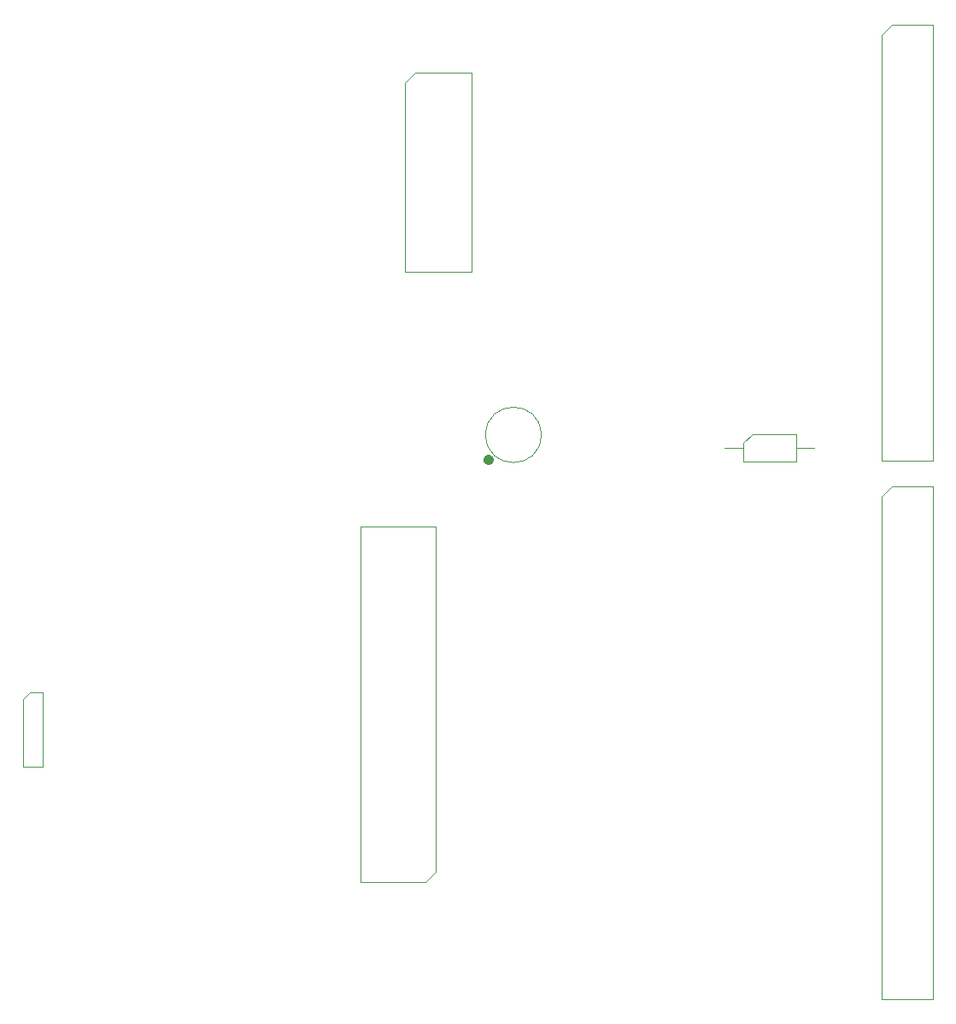
<source format=gbr>
G04 DipTrace 4.3.0.5*
G04 TopAssembly.gbr*
%MOMM*%
G04 #@! TF.FileFunction,Drawing,Top*
G04 #@! TF.Part,Single*
%ADD13C,0.12*%
%FSLAX35Y35*%
G04*
G71*
G90*
G75*
G01*
G04 TopAssy*
%LPD*%
X-4593000Y762000D2*
D13*
G02X-4593000Y762000I275000J0D01*
G01*
G36*
X-4564770Y465212D2*
X-4571297Y465639D1*
X-4577711Y466915D1*
X-4583904Y469017D1*
X-4589770Y471910D1*
X-4595209Y475543D1*
X-4600126Y479855D1*
X-4604439Y484772D1*
X-4608072Y490210D1*
X-4610965Y496076D1*
X-4613068Y502269D1*
X-4614344Y508684D1*
X-4614772Y515210D1*
X-4614344Y521737D1*
X-4613069Y528151D1*
X-4610966Y534344D1*
X-4608074Y540210D1*
X-4604441Y545649D1*
X-4600128Y550566D1*
X-4595211Y554879D1*
X-4589773Y558512D1*
X-4583908Y561405D1*
X-4577714Y563508D1*
X-4571300Y564784D1*
X-4564773Y565212D1*
D1*
X-4558247Y564784D1*
X-4551832Y563509D1*
X-4545639Y561406D1*
X-4539773Y558514D1*
X-4534335Y554881D1*
X-4529418Y550568D1*
X-4525105Y545651D1*
X-4521471Y540213D1*
X-4518578Y534348D1*
X-4516476Y528154D1*
X-4515200Y521740D1*
X-4514772Y515213D1*
X-4515199Y508687D1*
X-4516475Y502272D1*
X-4518577Y496079D1*
X-4521470Y490213D1*
X-4525103Y484775D1*
X-4529415Y479858D1*
X-4534332Y475545D1*
X-4539770Y471911D1*
X-4545636Y469018D1*
X-4551829Y466916D1*
X-4558244Y465640D1*
X-4564770Y465212D1*
D1*
G37*
X-2038000Y500000D2*
D13*
Y680000D1*
X-1948000Y770000D1*
X-1518000D1*
Y500000D1*
X-2038000D1*
X-2222500Y635000D2*
X-2038000D1*
X-1518000D2*
X-1333500D1*
X-666750Y154000D2*
X-566750Y254000D1*
X-158750D1*
Y-4826000D1*
X-666750D1*
Y154000D1*
Y4726000D2*
X-566750Y4826000D1*
X-158750D1*
Y508000D1*
X-666750D1*
Y4726000D1*
X-9174500Y-1854633D2*
X-9111867Y-1792000D1*
X-8986500D1*
Y-2526000D1*
X-9174500D1*
Y-1854633D1*
X-5394123Y4250500D2*
X-5294123Y4350500D1*
X-4734123D1*
Y2380500D1*
X-5394123D1*
Y4250500D1*
X-5086000Y-3564000D2*
X-5186000Y-3664000D1*
X-5836000D1*
Y-146000D1*
X-5086000D1*
Y-3564000D1*
M02*

</source>
